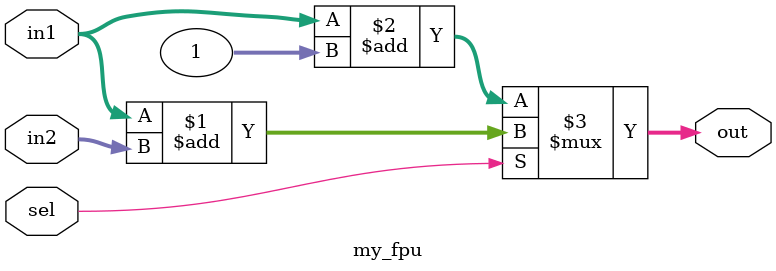
<source format=sv>


module my_fpu(
    output [39:0] out,
    input [31:0] in1,
    input [31:0] in2,
    input sel
    );
    assign out = sel ? in1 + in2 : in1 + 1;
endmodule

</source>
